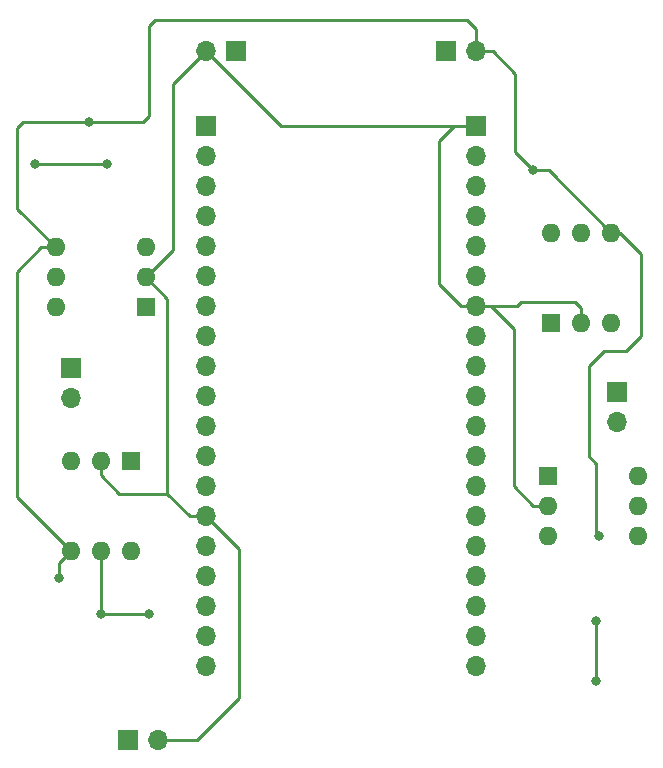
<source format=gbl>
G04 #@! TF.GenerationSoftware,KiCad,Pcbnew,(6.0.2)*
G04 #@! TF.CreationDate,2022-12-04T09:30:56-08:00*
G04 #@! TF.ProjectId,robot_pcb,726f626f-745f-4706-9362-2e6b69636164,rev?*
G04 #@! TF.SameCoordinates,Original*
G04 #@! TF.FileFunction,Copper,L2,Bot*
G04 #@! TF.FilePolarity,Positive*
%FSLAX46Y46*%
G04 Gerber Fmt 4.6, Leading zero omitted, Abs format (unit mm)*
G04 Created by KiCad (PCBNEW (6.0.2)) date 2022-12-04 09:30:56*
%MOMM*%
%LPD*%
G01*
G04 APERTURE LIST*
G04 #@! TA.AperFunction,ComponentPad*
%ADD10R,1.700000X1.700000*%
G04 #@! TD*
G04 #@! TA.AperFunction,ComponentPad*
%ADD11O,1.700000X1.700000*%
G04 #@! TD*
G04 #@! TA.AperFunction,ComponentPad*
%ADD12R,1.600000X1.600000*%
G04 #@! TD*
G04 #@! TA.AperFunction,ComponentPad*
%ADD13O,1.600000X1.600000*%
G04 #@! TD*
G04 #@! TA.AperFunction,ViaPad*
%ADD14C,0.800000*%
G04 #@! TD*
G04 #@! TA.AperFunction,Conductor*
%ADD15C,0.250000*%
G04 #@! TD*
G04 APERTURE END LIST*
D10*
X106421000Y-107188000D03*
D11*
X108961000Y-107188000D03*
D10*
X113030000Y-55255000D03*
D11*
X113030000Y-57795000D03*
X113030000Y-60335000D03*
X113030000Y-62875000D03*
X113030000Y-65415000D03*
X113030000Y-67955000D03*
X113030000Y-70495000D03*
X113030000Y-73035000D03*
X113030000Y-75575000D03*
X113030000Y-78115000D03*
X113030000Y-80655000D03*
X113030000Y-83195000D03*
X113030000Y-85735000D03*
X113030000Y-88275000D03*
X113030000Y-90815000D03*
X113030000Y-93355000D03*
X113030000Y-95895000D03*
X113030000Y-98435000D03*
X113030000Y-100975000D03*
D10*
X115570000Y-48895000D03*
D11*
X113030000Y-48895000D03*
D12*
X142255000Y-71872000D03*
D13*
X144795000Y-71872000D03*
X147335000Y-71872000D03*
X147335000Y-64252000D03*
X144795000Y-64252000D03*
X142255000Y-64252000D03*
D10*
X135830000Y-55245000D03*
D11*
X135830000Y-57785000D03*
X135830000Y-60325000D03*
X135830000Y-62865000D03*
X135830000Y-65405000D03*
X135830000Y-67945000D03*
X135830000Y-70485000D03*
X135830000Y-73025000D03*
X135830000Y-75565000D03*
X135830000Y-78105000D03*
X135830000Y-80645000D03*
X135830000Y-83185000D03*
X135830000Y-85725000D03*
X135830000Y-88265000D03*
X135830000Y-90805000D03*
X135830000Y-93345000D03*
X135830000Y-95885000D03*
X135830000Y-98425000D03*
X135830000Y-100965000D03*
D12*
X107940000Y-70597000D03*
D13*
X107940000Y-68057000D03*
X107940000Y-65517000D03*
X100320000Y-65517000D03*
X100320000Y-68057000D03*
X100320000Y-70597000D03*
D12*
X141996000Y-84851000D03*
D13*
X141996000Y-87391000D03*
X141996000Y-89931000D03*
X149616000Y-89931000D03*
X149616000Y-87391000D03*
X149616000Y-84851000D03*
D10*
X133350000Y-48895000D03*
D11*
X135890000Y-48895000D03*
D10*
X101600000Y-75692000D03*
D11*
X101600000Y-78232000D03*
D10*
X147828000Y-77724000D03*
D11*
X147828000Y-80264000D03*
D12*
X106665000Y-83576000D03*
D13*
X104125000Y-83576000D03*
X101585000Y-83576000D03*
X101585000Y-91196000D03*
X104125000Y-91196000D03*
X106665000Y-91196000D03*
D14*
X104648000Y-58420000D03*
X98552000Y-58420000D03*
X140716000Y-58928000D03*
X100584000Y-93472000D03*
X146289000Y-89931000D03*
X103124000Y-54864000D03*
X104140000Y-96520000D03*
X108204000Y-96520000D03*
X146050000Y-97155000D03*
X146050000Y-102235000D03*
D15*
X133985000Y-55245000D02*
X135830000Y-55245000D01*
X119380000Y-55245000D02*
X133985000Y-55245000D01*
X108961000Y-107188000D02*
X112268000Y-107188000D01*
X111643000Y-88275000D02*
X109728000Y-86360000D01*
X139319000Y-70485000D02*
X135830000Y-70485000D01*
X134620000Y-70485000D02*
X132715000Y-68580000D01*
X144272000Y-70104000D02*
X139700000Y-70104000D01*
X105664000Y-86360000D02*
X104125000Y-84821000D01*
X137160000Y-70485000D02*
X139065000Y-72390000D01*
X107940000Y-68057000D02*
X109728000Y-69845000D01*
X144795000Y-70627000D02*
X144272000Y-70104000D01*
X132715000Y-68580000D02*
X132715000Y-56515000D01*
X104125000Y-84821000D02*
X104125000Y-83576000D01*
X109728000Y-84973000D02*
X109728000Y-86360000D01*
X115824000Y-103632000D02*
X115824000Y-91069000D01*
X109728000Y-86360000D02*
X105664000Y-86360000D01*
X139065000Y-72390000D02*
X139065000Y-85725000D01*
X135830000Y-70485000D02*
X137160000Y-70485000D01*
X144795000Y-71872000D02*
X144795000Y-70627000D01*
X113030000Y-48895000D02*
X119380000Y-55245000D01*
X110236000Y-65761000D02*
X110236000Y-51689000D01*
X113030000Y-88275000D02*
X111643000Y-88275000D01*
X132715000Y-56515000D02*
X133985000Y-55245000D01*
X135830000Y-70485000D02*
X134620000Y-70485000D01*
X107940000Y-68057000D02*
X110236000Y-65761000D01*
X139700000Y-70104000D02*
X139319000Y-70485000D01*
X139065000Y-85725000D02*
X140731000Y-87391000D01*
X110236000Y-51689000D02*
X113030000Y-48895000D01*
X112268000Y-107188000D02*
X115824000Y-103632000D01*
X109728000Y-69845000D02*
X109728000Y-84973000D01*
X140731000Y-87391000D02*
X141996000Y-87391000D01*
X115824000Y-91069000D02*
X113030000Y-88275000D01*
X104648000Y-58420000D02*
X98552000Y-58420000D01*
X137287000Y-48895000D02*
X139192000Y-50800000D01*
X139192000Y-50800000D02*
X139192000Y-57404000D01*
X97028000Y-62225000D02*
X100320000Y-65517000D01*
X107696000Y-54864000D02*
X105156000Y-54864000D01*
X135890000Y-48895000D02*
X137287000Y-48895000D01*
X135128000Y-46228000D02*
X119888000Y-46228000D01*
X146050000Y-89692000D02*
X146050000Y-83820000D01*
X108204000Y-54356000D02*
X107696000Y-54864000D01*
X100584000Y-92964000D02*
X100584000Y-93472000D01*
X97028000Y-67564000D02*
X97028000Y-86639000D01*
X135890000Y-46990000D02*
X135636000Y-46736000D01*
X108204000Y-52832000D02*
X108204000Y-54356000D01*
X135890000Y-48895000D02*
X135890000Y-46990000D01*
X148072000Y-64252000D02*
X147335000Y-64252000D01*
X108204000Y-46736000D02*
X108204000Y-52832000D01*
X145415000Y-83185000D02*
X145415000Y-75565000D01*
X149860000Y-73025000D02*
X149860000Y-66040000D01*
X148590000Y-74295000D02*
X149860000Y-73025000D01*
X146685000Y-74295000D02*
X148590000Y-74295000D01*
X146050000Y-83820000D02*
X145415000Y-83185000D01*
X97028000Y-55372000D02*
X97028000Y-62225000D01*
X108712000Y-46228000D02*
X108204000Y-46736000D01*
X145415000Y-75565000D02*
X146685000Y-74295000D01*
X142011000Y-58928000D02*
X140716000Y-58928000D01*
X105156000Y-54864000D02*
X103124000Y-54864000D01*
X103124000Y-54864000D02*
X97536000Y-54864000D01*
X99075000Y-65517000D02*
X97028000Y-67564000D01*
X135636000Y-46736000D02*
X135128000Y-46228000D01*
X97536000Y-54864000D02*
X97028000Y-55372000D01*
X100584000Y-92197000D02*
X100584000Y-92964000D01*
X146289000Y-89931000D02*
X146050000Y-89692000D01*
X139192000Y-57404000D02*
X140716000Y-58928000D01*
X97028000Y-86639000D02*
X101585000Y-91196000D01*
X100320000Y-65517000D02*
X99075000Y-65517000D01*
X147335000Y-64252000D02*
X142011000Y-58928000D01*
X119888000Y-46228000D02*
X108712000Y-46228000D01*
X149860000Y-66040000D02*
X148072000Y-64252000D01*
X101585000Y-91196000D02*
X100584000Y-92197000D01*
X104125000Y-91196000D02*
X104125000Y-96505000D01*
X108204000Y-96520000D02*
X104140000Y-96520000D01*
X104125000Y-96505000D02*
X104140000Y-96520000D01*
X146050000Y-102235000D02*
X146050000Y-97790000D01*
X146050000Y-97790000D02*
X146050000Y-97155000D01*
M02*

</source>
